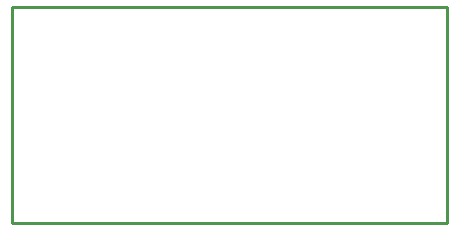
<source format=gko>
G04 Layer: BoardOutline*
G04 EasyEDA v6.4.5, 2020-09-16T10:22:01--6:00*
G04 ded4796badf941d083ba3d0fd9e507c2,10*
G04 Gerber Generator version 0.2*
G04 Scale: 100 percent, Rotated: No, Reflected: No *
G04 Dimensions in inches *
G04 leading zeros omitted , absolute positions ,2 integer and 4 decimal *
%FSLAX24Y24*%
%MOIN*%
G90*
G70D02*

%ADD10C,0.010000*%
G54D10*
G01X0Y7200D02*
G01X14500Y7200D01*
G01X14500Y0D01*
G01X0Y0D01*
G01X0Y7200D01*

%LPD*%
M00*
M02*

</source>
